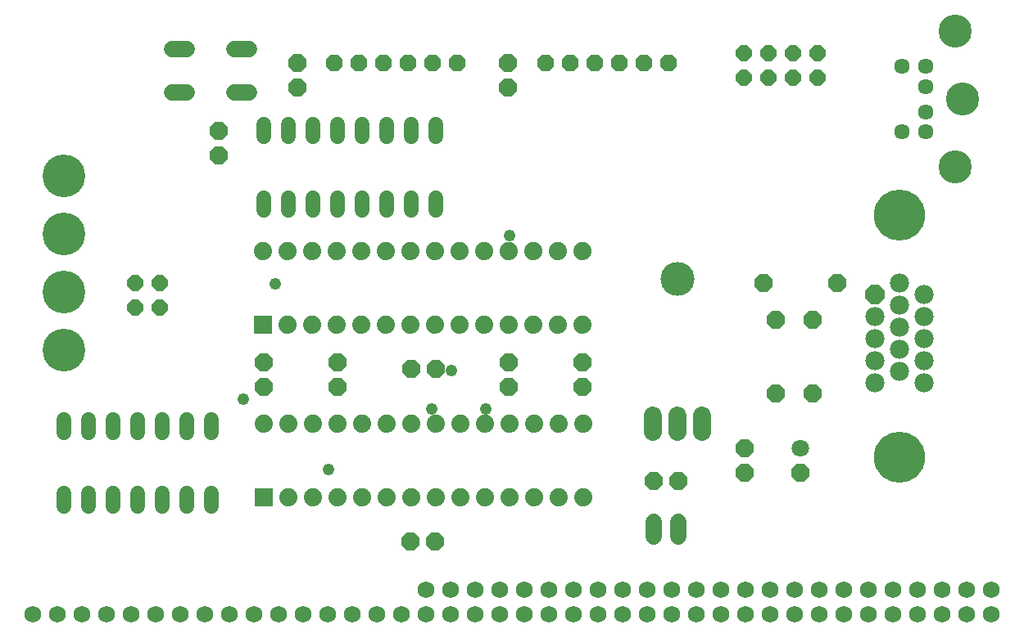
<source format=gts>
G75*
%MOIN*%
%OFA0B0*%
%FSLAX25Y25*%
%IPPOS*%
%LPD*%
%AMOC8*
5,1,8,0,0,1.08239X$1,22.5*
%
%ADD10C,0.07800*%
%ADD11OC8,0.07800*%
%ADD12C,0.20800*%
%ADD13R,0.07400X0.07400*%
%ADD14C,0.07400*%
%ADD15C,0.06343*%
%ADD16C,0.13461*%
%ADD17OC8,0.07100*%
%ADD18C,0.07100*%
%ADD19C,0.06000*%
%ADD20OC8,0.06400*%
%ADD21OC8,0.06800*%
%ADD22C,0.06800*%
%ADD23OC8,0.07400*%
%ADD24C,0.06800*%
%ADD25C,0.07400*%
%ADD26C,0.13800*%
%ADD27C,0.04800*%
%ADD28C,0.17398*%
D10*
X0351885Y0106905D03*
X0361885Y0111405D03*
X0351885Y0115905D03*
X0361885Y0120405D03*
X0351885Y0124905D03*
X0361885Y0129405D03*
X0351885Y0133905D03*
X0361885Y0138405D03*
X0371885Y0142905D03*
X0361885Y0147405D03*
X0371885Y0133905D03*
X0371885Y0124905D03*
X0371885Y0115905D03*
X0371885Y0106905D03*
D11*
X0351885Y0142905D03*
D12*
X0361885Y0175074D03*
X0361885Y0076649D03*
D13*
X0103145Y0060035D03*
X0102948Y0130546D03*
D14*
X0112948Y0130546D03*
X0122948Y0130546D03*
X0132948Y0130546D03*
X0142948Y0130546D03*
X0152948Y0130546D03*
X0162948Y0130546D03*
X0172948Y0130546D03*
X0182948Y0130546D03*
X0192948Y0130546D03*
X0202948Y0130546D03*
X0212948Y0130546D03*
X0222948Y0130546D03*
X0232948Y0130546D03*
X0232948Y0160546D03*
X0222948Y0160546D03*
X0212948Y0160546D03*
X0202948Y0160546D03*
X0192948Y0160546D03*
X0182948Y0160546D03*
X0172948Y0160546D03*
X0162948Y0160546D03*
X0152948Y0160546D03*
X0142948Y0160546D03*
X0132948Y0160546D03*
X0122948Y0160546D03*
X0112948Y0160546D03*
X0102948Y0160546D03*
X0103145Y0090035D03*
X0113145Y0090035D03*
X0123145Y0090035D03*
X0133145Y0090035D03*
X0143145Y0090035D03*
X0153145Y0090035D03*
X0163145Y0090035D03*
X0173145Y0090035D03*
X0183145Y0090035D03*
X0193145Y0090035D03*
X0203145Y0090035D03*
X0213145Y0090035D03*
X0223145Y0090035D03*
X0233145Y0090035D03*
X0233145Y0060035D03*
X0223145Y0060035D03*
X0213145Y0060035D03*
X0203145Y0060035D03*
X0193145Y0060035D03*
X0183145Y0060035D03*
X0173145Y0060035D03*
X0163145Y0060035D03*
X0153145Y0060035D03*
X0143145Y0060035D03*
X0133145Y0060035D03*
X0123145Y0060035D03*
X0113145Y0060035D03*
D15*
X0362830Y0209011D03*
X0372672Y0209011D03*
X0372672Y0217279D03*
X0372672Y0227515D03*
X0372672Y0235783D03*
X0362830Y0235783D03*
D16*
X0384483Y0250035D03*
X0387633Y0222397D03*
X0384483Y0194720D03*
D17*
X0202712Y0227279D03*
X0202712Y0237279D03*
X0116885Y0237279D03*
X0116885Y0227279D03*
X0084995Y0209602D03*
X0084995Y0199602D03*
X0163106Y0112594D03*
X0173106Y0112594D03*
X0261767Y0066964D03*
X0271767Y0066964D03*
X0298854Y0070035D03*
X0298854Y0080035D03*
X0321688Y0070035D03*
X0172909Y0042200D03*
X0162909Y0042200D03*
D18*
X0321688Y0080035D03*
D19*
X0173302Y0177080D02*
X0173302Y0182280D01*
X0163302Y0182280D02*
X0163302Y0177080D01*
X0153302Y0177080D02*
X0153302Y0182280D01*
X0143302Y0182280D02*
X0143302Y0177080D01*
X0133302Y0177080D02*
X0133302Y0182280D01*
X0123302Y0182280D02*
X0123302Y0177080D01*
X0113302Y0177080D02*
X0113302Y0182280D01*
X0103302Y0182280D02*
X0103302Y0177080D01*
X0103302Y0207080D02*
X0103302Y0212280D01*
X0113302Y0212280D02*
X0113302Y0207080D01*
X0123302Y0207080D02*
X0123302Y0212280D01*
X0133302Y0212280D02*
X0133302Y0207080D01*
X0143302Y0207080D02*
X0143302Y0212280D01*
X0153302Y0212280D02*
X0153302Y0207080D01*
X0163302Y0207080D02*
X0163302Y0212280D01*
X0173302Y0212280D02*
X0173302Y0207080D01*
X0082003Y0091847D02*
X0082003Y0086647D01*
X0072003Y0086647D02*
X0072003Y0091847D01*
X0062003Y0091847D02*
X0062003Y0086647D01*
X0052003Y0086647D02*
X0052003Y0091847D01*
X0042003Y0091847D02*
X0042003Y0086647D01*
X0032003Y0086647D02*
X0032003Y0091847D01*
X0022003Y0091847D02*
X0022003Y0086647D01*
X0022003Y0061847D02*
X0022003Y0056647D01*
X0032003Y0056647D02*
X0032003Y0061847D01*
X0042003Y0061847D02*
X0042003Y0056647D01*
X0052003Y0056647D02*
X0052003Y0061847D01*
X0062003Y0061847D02*
X0062003Y0056647D01*
X0072003Y0056647D02*
X0072003Y0061847D01*
X0082003Y0061847D02*
X0082003Y0056647D01*
D20*
X0060901Y0137436D03*
X0050901Y0137436D03*
X0050901Y0147436D03*
X0060901Y0147436D03*
X0298617Y0231255D03*
X0308617Y0231255D03*
X0318617Y0231255D03*
X0328617Y0231255D03*
X0328617Y0241255D03*
X0318617Y0241255D03*
X0308617Y0241255D03*
X0298617Y0241255D03*
D21*
X0267791Y0237200D03*
X0257791Y0237200D03*
X0247791Y0237200D03*
X0237791Y0237200D03*
X0227791Y0237200D03*
X0217791Y0237200D03*
X0181924Y0237200D03*
X0171924Y0237200D03*
X0161924Y0237200D03*
X0151924Y0237200D03*
X0141924Y0237200D03*
X0131924Y0237200D03*
D22*
X0097370Y0242832D02*
X0091370Y0242832D01*
X0071770Y0242832D02*
X0065770Y0242832D01*
X0065770Y0225032D02*
X0071770Y0225032D01*
X0091370Y0225032D02*
X0097370Y0225032D01*
X0261767Y0050279D02*
X0261767Y0044279D01*
X0271767Y0044279D02*
X0271767Y0050279D01*
D23*
X0311609Y0102397D03*
X0326609Y0102397D03*
X0326609Y0132397D03*
X0311609Y0132397D03*
X0306609Y0147397D03*
X0336609Y0147397D03*
X0232751Y0115231D03*
X0232751Y0105113D03*
X0202751Y0105113D03*
X0202751Y0115231D03*
X0133342Y0115231D03*
X0133145Y0105113D03*
X0103145Y0105113D03*
X0103342Y0115231D03*
D24*
X0009208Y0012436D03*
X0019208Y0012436D03*
X0029208Y0012436D03*
X0039208Y0012436D03*
X0049208Y0012436D03*
X0059208Y0012436D03*
X0069208Y0012436D03*
X0079208Y0012436D03*
X0089208Y0012436D03*
X0099208Y0012436D03*
X0109208Y0012436D03*
X0119208Y0012436D03*
X0129208Y0012436D03*
X0139208Y0012436D03*
X0149208Y0012436D03*
X0159208Y0012436D03*
X0169208Y0012436D03*
X0179208Y0012436D03*
X0189208Y0012436D03*
X0199208Y0012436D03*
X0209208Y0012436D03*
X0219208Y0012436D03*
X0229208Y0012436D03*
X0239208Y0012436D03*
X0249208Y0012436D03*
X0259208Y0012436D03*
X0269208Y0012436D03*
X0279208Y0012436D03*
X0289208Y0012436D03*
X0299208Y0012436D03*
X0309208Y0012436D03*
X0319208Y0012436D03*
X0329208Y0012436D03*
X0339208Y0012436D03*
X0349208Y0012436D03*
X0359208Y0012436D03*
X0369208Y0012436D03*
X0379208Y0012436D03*
X0389208Y0012436D03*
X0399208Y0012436D03*
X0399129Y0022476D03*
X0389129Y0022476D03*
X0379129Y0022476D03*
X0369129Y0022476D03*
X0359129Y0022476D03*
X0349129Y0022476D03*
X0339129Y0022476D03*
X0329129Y0022476D03*
X0319129Y0022476D03*
X0309129Y0022476D03*
X0299129Y0022476D03*
X0289129Y0022476D03*
X0279129Y0022476D03*
X0269129Y0022476D03*
X0259129Y0022476D03*
X0249129Y0022476D03*
X0239129Y0022476D03*
X0229129Y0022476D03*
X0219129Y0022476D03*
X0209129Y0022476D03*
X0199129Y0022476D03*
X0189129Y0022476D03*
X0179129Y0022476D03*
X0169129Y0022476D03*
D25*
X0261491Y0086853D02*
X0261491Y0093453D01*
X0271491Y0093453D02*
X0271491Y0086853D01*
X0281491Y0086853D02*
X0281491Y0093453D01*
D26*
X0271491Y0149153D03*
D27*
X0203350Y0166900D03*
X0179500Y0112000D03*
X0171400Y0096250D03*
X0193450Y0096250D03*
X0129550Y0071500D03*
X0094900Y0100300D03*
X0107950Y0147100D03*
D28*
X0021885Y0143932D03*
X0021885Y0120310D03*
X0021885Y0167554D03*
X0021885Y0191176D03*
M02*

</source>
